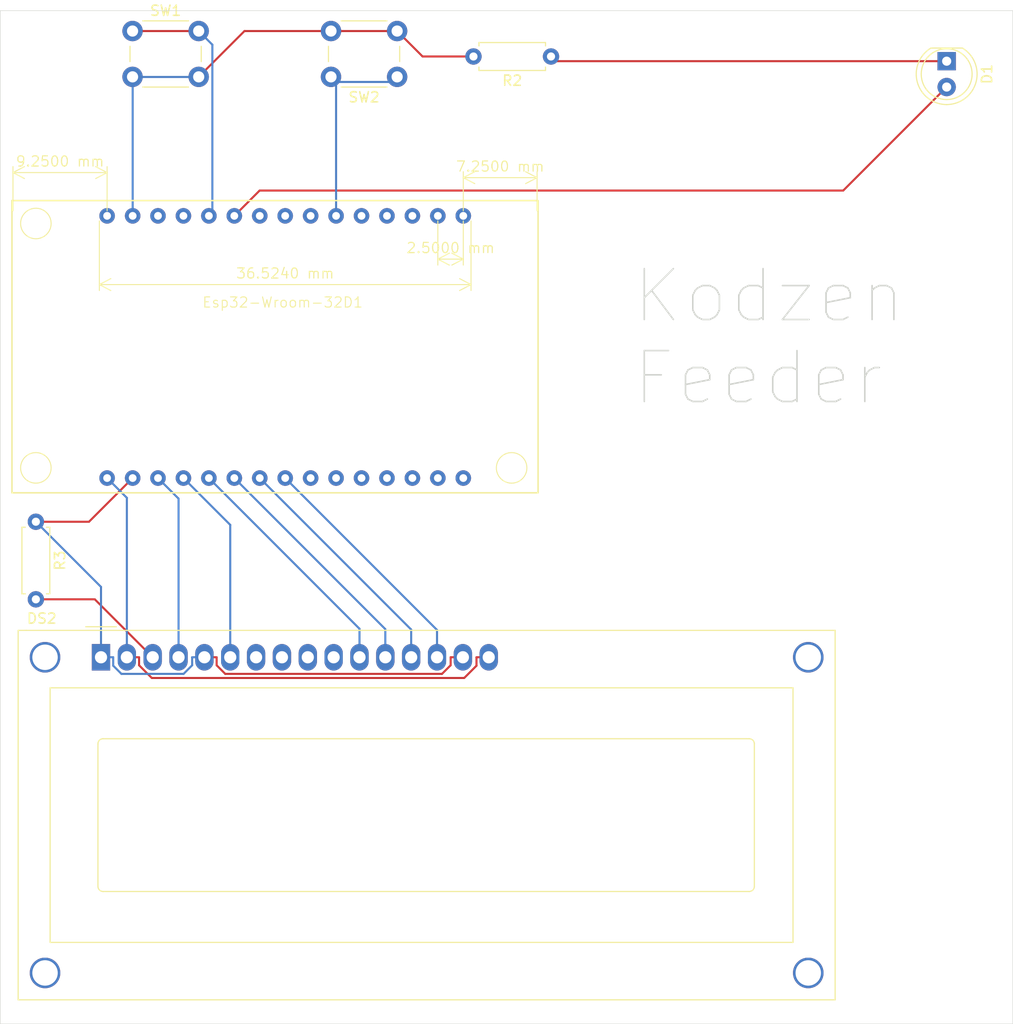
<source format=kicad_pcb>
(kicad_pcb (version 20240108) (generator "pcbnew") (generator_version "8.0")
  (layers (0 "F.Cu" signal) (31 "B.Cu" signal) (34 "B.Paste" user) (35 "F.Paste" user) (36 "B.SilkS" user "B.Silkscreen") (37 "F.SilkS" user "F.Silkscreen") (38 "B.Mask" user) (39 "F.Mask" user) (44 "Edge.Cuts" user))
  (net 0 "")
  (net 1 "Net-(D1-K)")
  (net 2 "Net-(D1-A)")
  (net 3 "Net-(DS2-LED(+))")
  (net 5 "Net-(DS2-D5)")
  (net 6 "Net-(DS2-VO)")
  (net 7 "Net-(DS2-LED(-))")
  (net 8 "Net-(DS2-RS)")
  (net 9 "Net-(DS2-D4)")
  (net 10 "Net-(DS2-D7)")
  (net 11 "Net-(DS2-D6)")
  (net 12 "Net-(DS2-E)")
  (net 23 "Net-(Esp32-Wroom-32D1-D32)")
  (net 24 "Net-(Esp32-Wroom-32D1-GND-Pad1)")
  (net 35 "Net-(Esp32-Wroom-32D1-D14)")
  (footprint "Display:WC1602A" (layer "F.Cu") (at 139.4 106.5)
    (property "Reference" "DS2" (at -5.82 -3.81 0) (layer "F.SilkS"))
    (property "Value" "WC1602A")
    (fp_line (start -8.14 -2.64) (end -8.14 33.64) (stroke (width 0.12)) (layer "F.SilkS"))
    (fp_line (start -8.14 33.64) (end 72.14 33.64) (stroke (width 0.12)) (layer "F.SilkS"))
    (fp_line (start -8.13 -2.64) (end -7.34 -2.64) (stroke (width 0.12)) (layer "F.SilkS"))
    (fp_line (start -5 3) (end 68 3) (stroke (width 0.12)) (layer "F.SilkS"))
    (fp_line (start -5 28) (end -5 3) (stroke (width 0.12)) (layer "F.SilkS"))
    (fp_line (start -1.5 -3) (end 1.5 -3) (stroke (width 0.12)) (layer "F.SilkS"))
    (fp_line (start -0.29972 22.49932) (end -0.29972 8.5) (stroke (width 0.12)) (layer "F.SilkS"))
    (fp_line (start 0.2 8) (end 63.7 8) (stroke (width 0.12)) (layer "F.SilkS"))
    (fp_line (start 63.70066 23) (end 0.2 23) (stroke (width 0.12)) (layer "F.SilkS"))
    (fp_line (start 64.2 8.5) (end 64.2 22.5) (stroke (width 0.12)) (layer "F.SilkS"))
    (fp_line (start 68 3) (end 68 28) (stroke (width 0.12)) (layer "F.SilkS"))
    (fp_line (start 68 28) (end -5 28) (stroke (width 0.12)) (layer "F.SilkS"))
    (fp_line (start 72.14 -2.64) (end -7.34 -2.64) (stroke (width 0.12)) (layer "F.SilkS"))
    (fp_line (start 72.14 33.64) (end 72.14 -2.64) (stroke (width 0.12)) (layer "F.SilkS"))
    (fp_arc (start -0.29972 8.49884) (mid -0.153162 8.145018) (end 0.20066 7.99846) (stroke (width 0.12)) (layer "F.SilkS"))
    (fp_arc (start 0.20066 22.9997) (mid -0.153162 22.853142) (end -0.29972 22.49932) (stroke (width 0.12)) (layer "F.SilkS"))
    (fp_arc (start 63.7 8) (mid 64.053553 8.146447) (end 64.2 8.5) (stroke (width 0.12)) (layer "F.SilkS"))
    (fp_arc (start 64.20104 22.49932) (mid 64.054473 22.853115) (end 63.70066 22.9997) (stroke (width 0.12)) (layer "F.SilkS"))
    (pad "" thru_hole circle (at -5.4991 0) (size 3 3) (drill 2.5) (layers "*.Cu" "*.Mask"))
    (pad "" thru_hole circle (at -5.4991 31.0007) (size 3 3) (drill 2.5) (layers "*.Cu" "*.Mask"))
    (pad "" thru_hole circle (at 69.49948 31.0007) (size 3 3) (drill 2.5) (layers "*.Cu" "*.Mask"))
    (pad "" thru_hole circle (at 69.5 0) (size 3 3) (drill 2.5) (layers "*.Cu" "*.Mask"))
    (pad "1" thru_hole rect (at 0 0) (size 1.8 2.6) (drill 1.2) (layers "*.Cu" "*.Mask") (net 3 "Net-(DS2-LED(+))"))
    (pad "2" thru_hole oval (at 2.54 0) (size 1.8 2.6) (drill 1.2) (layers "*.Cu" "*.Mask") (net 7 "Net-(DS2-LED(-))"))
    (pad "3" thru_hole oval (at 5.08 0) (size 1.8 2.6) (drill 1.2) (layers "*.Cu" "*.Mask") (net 6 "Net-(DS2-VO)"))
    (pad "4" thru_hole oval (at 7.62 0) (size 1.8 2.6) (drill 1.2) (layers "*.Cu" "*.Mask") (net 8 "Net-(DS2-RS)"))
    (pad "5" thru_hole oval (at 10.16 0) (size 1.8 2.6) (drill 1.2) (layers "*.Cu" "*.Mask") (net 3 "Net-(DS2-LED(+))"))
    (pad "6" thru_hole oval (at 12.7 0) (size 1.8 2.6) (drill 1.2) (layers "*.Cu" "*.Mask") (net 12 "Net-(DS2-E)"))
    (pad "7" thru_hole oval (at 15.24 0) (size 1.8 2.6) (drill 1.2) (layers "*.Cu" "*.Mask"))
    (pad "8" thru_hole oval (at 17.78 0) (size 1.8 2.6) (drill 1.2) (layers "*.Cu" "*.Mask"))
    (pad "9" thru_hole oval (at 20.32 0) (size 1.8 2.6) (drill 1.2) (layers "*.Cu" "*.Mask"))
    (pad "10" thru_hole oval (at 22.86 0) (size 1.8 2.6) (drill 1.2) (layers "*.Cu" "*.Mask"))
    (pad "11" thru_hole oval (at 25.4 0) (size 1.8 2.6) (drill 1.2) (layers "*.Cu" "*.Mask") (net 9 "Net-(DS2-D4)"))
    (pad "12" thru_hole oval (at 27.94 0) (size 1.8 2.6) (drill 1.2) (layers "*.Cu" "*.Mask") (net 5 "Net-(DS2-D5)"))
    (pad "13" thru_hole oval (at 30.48 0) (size 1.8 2.6) (drill 1.2) (layers "*.Cu" "*.Mask") (net 11 "Net-(DS2-D6)"))
    (pad "14" thru_hole oval (at 33.02 0) (size 1.8 2.6) (drill 1.2) (layers "*.Cu" "*.Mask") (net 10 "Net-(DS2-D7)"))
    (pad "15" thru_hole oval (at 35.56 0) (size 1.8 2.6) (drill 1.2) (layers "*.Cu" "*.Mask") (net 3 "Net-(DS2-LED(+))"))
    (pad "16" thru_hole oval (at 38.1 0) (size 1.8 2.6) (drill 1.2) (layers "*.Cu" "*.Mask") (net 7 "Net-(DS2-LED(-))"))
  )
  (footprint "Resistor_THT:R_Axial_DIN0207_L6.3mm_D2.5mm_P7.62mm_Horizontal" (layer "F.Cu") (at 133 93.19 -90)
    (property "Reference" "R3" (at 3.81 -2.37 90) (layer "F.SilkS"))
    (property "Value" "R")
    (fp_line (start 0.54 1.37) (end 7.08 1.37) (stroke (width 0.12)) (layer "F.SilkS"))
    (fp_line (start 7.08 1.37) (end 7.08 1.04) (stroke (width 0.12)) (layer "F.SilkS"))
    (fp_line (start 0.54 1.04) (end 0.54 1.37) (stroke (width 0.12)) (layer "F.SilkS"))
    (fp_line (start 0.54 -1.04) (end 0.54 -1.37) (stroke (width 0.12)) (layer "F.SilkS"))
    (fp_line (start 0.54 -1.37) (end 7.08 -1.37) (stroke (width 0.12)) (layer "F.SilkS"))
    (fp_line (start 7.08 -1.37) (end 7.08 -1.04) (stroke (width 0.12)) (layer "F.SilkS"))
    (pad "1" thru_hole circle (at 0 0 270) (size 1.6 1.6) (drill 0.8) (layers "*.Cu" "*.Mask") (net 3 "Net-(DS2-LED(+))"))
    (pad "2" thru_hole oval (at 7.62 0 270) (size 1.6 1.6) (drill 0.8) (layers "*.Cu" "*.Mask") (net 6 "Net-(DS2-VO)"))
  )
  (footprint "LED_THT:LED_D5.0mm" (layer "F.Cu") (at 222.5 47.96 -90)
    (property "Reference" "D1" (at 1.27 -3.96 90) (layer "F.SilkS"))
    (property "Value" "LED")
    (fp_line (start -1.29 -1.545) (end -1.29 1.545) (stroke (width 0.12)) (layer "F.SilkS"))
    (fp_arc (start 4.26 -0.000462) (mid 2.072002 2.880433) (end -1.29 1.54483) (stroke (width 0.12)) (layer "F.SilkS"))
    (fp_arc (start -1.29 -1.54483) (mid 2.072002 -2.880433) (end 4.26 0.000462) (stroke (width 0.12)) (layer "F.SilkS"))
    (fp_circle (center 1.27 0) (end 3.77 0) (stroke (width 0.12)) (fill none) (layer "F.SilkS"))
    (pad "1" thru_hole rect (at 0 0 270) (size 1.8 1.8) (drill 0.9) (layers "*.Cu" "*.Mask") (net 1 "Net-(D1-K)"))
    (pad "2" thru_hole circle (at 2.54 0 270) (size 1.8 1.8) (drill 0.9) (layers "*.Cu" "*.Mask") (net 2 "Net-(D1-A)"))
  )
  (footprint "Button_Switch_THT:SW_PUSH_6mm_H5mm" (layer "F.Cu") (at 142.5 45)
    (property "Reference" "SW1" (at 3.25 -2 0) (layer "F.SilkS"))
    (property "Value" "SW_Push")
    (fp_line (start -0.25 1.5) (end -0.25 3) (stroke (width 0.12)) (layer "F.SilkS"))
    (fp_line (start 1 5.5) (end 5.5 5.5) (stroke (width 0.12)) (layer "F.SilkS"))
    (fp_line (start 5.5 -1) (end 1 -1) (stroke (width 0.12)) (layer "F.SilkS"))
    (fp_line (start 6.75 3) (end 6.75 1.5) (stroke (width 0.12)) (layer "F.SilkS"))
    (pad "1" thru_hole circle (at 0 0 90) (size 2 2) (drill 1.1) (layers "*.Cu" "*.Mask") (net 35 "Net-(Esp32-Wroom-32D1-D14)"))
    (pad "1" thru_hole circle (at 6.5 0 90) (size 2 2) (drill 1.1) (layers "*.Cu" "*.Mask") (net 35 "Net-(Esp32-Wroom-32D1-D14)"))
    (pad "2" thru_hole circle (at 0 4.5 90) (size 2 2) (drill 1.1) (layers "*.Cu" "*.Mask") (net 24 "Net-(Esp32-Wroom-32D1-GND-Pad1)"))
    (pad "2" thru_hole circle (at 6.5 4.5 90) (size 2 2) (drill 1.1) (layers "*.Cu" "*.Mask") (net 24 "Net-(Esp32-Wroom-32D1-GND-Pad1)"))
  )
  (footprint "Button_Switch_THT:SW_PUSH_6mm_H5mm" (layer "F.Cu") (at 168.5 49.5 180)
    (property "Reference" "SW2" (at 3.25 -2 0) (layer "F.SilkS"))
    (property "Value" "SW_Push")
    (fp_line (start 6.75 3) (end 6.75 1.5) (stroke (width 0.12)) (layer "F.SilkS"))
    (fp_line (start 5.5 -1) (end 1 -1) (stroke (width 0.12)) (layer "F.SilkS"))
    (fp_line (start 1 5.5) (end 5.5 5.5) (stroke (width 0.12)) (layer "F.SilkS"))
    (fp_line (start -0.25 1.5) (end -0.25 3) (stroke (width 0.12)) (layer "F.SilkS"))
    (pad "1" thru_hole circle (at 0 0 270) (size 2 2) (drill 1.1) (layers "*.Cu" "*.Mask") (net 23 "Net-(Esp32-Wroom-32D1-D32)"))
    (pad "1" thru_hole circle (at 6.5 0 270) (size 2 2) (drill 1.1) (layers "*.Cu" "*.Mask") (net 23 "Net-(Esp32-Wroom-32D1-D32)"))
    (pad "2" thru_hole circle (at 0 4.5 270) (size 2 2) (drill 1.1) (layers "*.Cu" "*.Mask") (net 24 "Net-(Esp32-Wroom-32D1-GND-Pad1)"))
    (pad "2" thru_hole circle (at 6.5 4.5 270) (size 2 2) (drill 1.1) (layers "*.Cu" "*.Mask") (net 24 "Net-(Esp32-Wroom-32D1-GND-Pad1)"))
  )
  (footprint "Resistor_THT:R_Axial_DIN0207_L6.3mm_D2.5mm_P7.62mm_Horizontal" (layer "F.Cu") (at 183.62 47.5 180)
    (property "Reference" "R2" (at 3.81 -2.37 0) (layer "F.SilkS"))
    (property "Value" "R")
    (fp_line (start 7.08 1.37) (end 7.08 1.04) (stroke (width 0.12)) (layer "F.SilkS"))
    (fp_line (start 7.08 -1.37) (end 7.08 -1.04) (stroke (width 0.12)) (layer "F.SilkS"))
    (fp_line (start 0.54 1.37) (end 7.08 1.37) (stroke (width 0.12)) (layer "F.SilkS"))
    (fp_line (start 0.54 1.04) (end 0.54 1.37) (stroke (width 0.12)) (layer "F.SilkS"))
    (fp_line (start 0.54 -1.04) (end 0.54 -1.37) (stroke (width 0.12)) (layer "F.SilkS"))
    (fp_line (start 0.54 -1.37) (end 7.08 -1.37) (stroke (width 0.12)) (layer "F.SilkS"))
    (pad "1" thru_hole circle (at 0 0 180) (size 1.6 1.6) (drill 0.8) (layers "*.Cu" "*.Mask") (net 1 "Net-(D1-K)"))
    (pad "2" thru_hole oval (at 7.62 0 180) (size 1.6 1.6) (drill 0.8) (layers "*.Cu" "*.Mask") (net 24 "Net-(Esp32-Wroom-32D1-GND-Pad1)"))
  )
  (footprint "esp32_footprint:esp32_my_footpring" (layer "F.Cu") (at 157.25 72.15)
    (property "Reference" "Esp32-Wroom-32D1" (at 0 -0.5 0) (layer "F.SilkS") (effects (font (thickness 0.1))))
    (property "Value" "~")
    (fp_rect (start -26.6 -10.5) (end 25.1 18.2) (stroke (width 0.15)) (fill none) (layer "F.SilkS"))
    (fp_circle (center -24.25 -8.25) (end -22.75 -8.25) (stroke (width 0.1)) (fill none) (layer "F.SilkS"))
    (fp_circle (center -24.25 15.75) (end -22.75 15.75) (stroke (width 0.1)) (fill none) (layer "F.SilkS"))
    (fp_circle (center 22.5 15.75) (end 24 15.75) (stroke (width 0.1)) (fill none) (layer "F.SilkS"))
    (dimension (type aligned) (layer "F.SilkS") (pts (xy 140 63.15) (xy 130.75 63.15)) (height 4.25) (gr_text "9.2500 mm" (at 135.375 57.8 0) (layer "F.SilkS") (effects (font (size 1 1) (thickness 0.1)))) (format (prefix "") (suffix "") (units 3) (units_format 1) (precision 4)) (style (thickness 0.1) (arrow_length 1.27) (text_position_mode 0) (extension_height 0.58642) (extension_offset 0.5) keep_text_aligned))
    (dimension (type aligned) (layer "F.SilkS") (pts (xy 139.238 63.15) (xy 175.762 63.15)) (height 6.75) (gr_text "36.5240 mm" (at 157.5 68.8 0) (layer "F.SilkS") (effects (font (size 1 1) (thickness 0.1)))) (format (prefix "") (suffix "") (units 3) (units_format 1) (precision 4)) (style (thickness 0.1) (arrow_length 1.27) (text_position_mode 0) (extension_height 0.58642) (extension_offset 0.5) keep_text_aligned))
    (dimension (type aligned) (layer "F.SilkS") (pts (xy 175 63.15) (xy 182.25 63.15)) (height -3.75) (gr_text "7.2500 mm" (at 178.625 58.3 0) (layer "F.SilkS") (effects (font (size 1 1) (thickness 0.1)))) (format (prefix "") (suffix "") (units 3) (units_format 1) (precision 4)) (style (thickness 0.1) (arrow_length 1.27) (text_position_mode 0) (extension_height 0.58642) (extension_offset 0.5) keep_text_aligned))
    (dimension (type aligned) (layer "F.SilkS") (pts (xy 172.5 63.15) (xy 175 63.15)) (height 4.25) (gr_text "2.5000 mm" (at 173.75 66.3 0) (layer "F.SilkS") (effects (font (size 1 1) (thickness 0.1)))) (format (prefix "") (suffix "") (units 3) (units_format 1) (precision 4)) (style (thickness 0.1) (arrow_length 1.27) (text_position_mode 0) (extension_height 0.58642) (extension_offset 0.5) keep_text_aligned))
    (pad "0" thru_hole circle (at -17.25 -9) (size 1.524 1.524) (drill 0.762) (layers "*.Cu" "*.Mask"))
    (pad "1" thru_hole circle (at -14.738 -9) (size 1.524 1.524) (drill 0.762) (layers "*.Cu" "*.Mask") (net 24 "Net-(Esp32-Wroom-32D1-GND-Pad1)"))
    (pad "2" thru_hole circle (at -17.25 16.75) (size 1.524 1.524) (drill 0.762) (layers "*.Cu" "*.Mask") (net 7 "Net-(DS2-LED(-))"))
    (pad "3" thru_hole circle (at 17.75 -9) (size 1.524 1.524) (drill 0.762) (layers "*.Cu" "*.Mask"))
    (pad "4" thru_hole circle (at 15.25 -9) (size 1.524 1.524) (drill 0.762) (layers "*.Cu" "*.Mask"))
    (pad "5" thru_hole circle (at 12.75 -9) (size 1.524 1.524) (drill 0.762) (layers "*.Cu" "*.Mask"))
    (pad "6" thru_hole circle (at 10.25 -9) (size 1.524 1.524) (drill 0.762) (layers "*.Cu" "*.Mask"))
    (pad "7" thru_hole circle (at 7.75 -9) (size 1.524 1.524) (drill 0.762) (layers "*.Cu" "*.Mask"))
    (pad "8" thru_hole circle (at 5.25 -9) (size 1.524 1.524) (drill 0.762) (layers "*.Cu" "*.Mask") (net 23 "Net-(Esp32-Wroom-32D1-D32)"))
    (pad "9" thru_hole circle (at 2.75 -9) (size 1.524 1.524) (drill 0.762) (layers "*.Cu" "*.Mask"))
    (pad "10" thru_hole circle (at 0.25 -9) (size 1.524 1.524) (drill 0.762) (layers "*.Cu" "*.Mask"))
    (pad "11" thru_hole circle (at -2.25 -9) (size 1.524 1.524) (drill 0.762) (layers "*.Cu" "*.Mask"))
    (pad "12" thru_hole circle (at -4.75 -9) (size 1.524 1.524) (drill 0.762) (layers "*.Cu" "*.Mask") (net 2 "Net-(D1-A)"))
    (pad "13" thru_hole circle (at -7.25 -9) (size 1.524 1.524) (drill 0.762) (layers "*.Cu" "*.Mask") (net 35 "Net-(Esp32-Wroom-32D1-D14)"))
    (pad "14" thru_hole circle (at -9.75 -9) (size 1.524 1.524) (drill 0.762) (layers "*.Cu" "*.Mask"))
    (pad "16" thru_hole circle (at -12.25 -9) (size 1.524 1.524) (drill 0.762) (layers "*.Cu" "*.Mask"))
    (pad "23" thru_hole circle (at -12.25 16.75) (size 1.524 1.524) (drill 0.762) (layers "*.Cu" "*.Mask") (net 8 "Net-(DS2-RS)"))
    (pad "24" thru_hole circle (at -9.75 16.75) (size 1.524 1.524) (drill 0.762) (layers "*.Cu" "*.Mask") (net 12 "Net-(DS2-E)"))
    (pad "26" thru_hole circle (at -7.25 16.75) (size 1.524 1.524) (drill 0.762) (layers "*.Cu" "*.Mask") (net 9 "Net-(DS2-D4)"))
    (pad "27" thru_hole circle (at -4.75 16.75) (size 1.524 1.524) (drill 0.762) (layers "*.Cu" "*.Mask") (net 5 "Net-(DS2-D5)"))
    (pad "28" thru_hole circle (at -2.25 16.75) (size 1.524 1.524) (drill 0.762) (layers "*.Cu" "*.Mask") (net 11 "Net-(DS2-D6)"))
    (pad "29" thru_hole circle (at 0.25 16.75) (size 1.524 1.524) (drill 0.762) (layers "*.Cu" "*.Mask") (net 10 "Net-(DS2-D7)"))
    (pad "30" thru_hole circle (at 2.75 16.75) (size 1.524 1.524) (drill 0.762) (layers "*.Cu" "*.Mask"))
    (pad "31" thru_hole circle (at 5.25 16.75) (size 1.524 1.524) (drill 0.762) (layers "*.Cu" "*.Mask"))
    (pad "33" thru_hole circle (at 7.75 16.75) (size 1.524 1.524) (drill 0.762) (layers "*.Cu" "*.Mask"))
    (pad "34" thru_hole circle (at 10.25 16.75) (size 1.524 1.524) (drill 0.762) (layers "*.Cu" "*.Mask"))
    (pad "35" thru_hole circle (at 12.75 16.75) (size 1.524 1.524) (drill 0.762) (layers "*.Cu" "*.Mask"))
    (pad "36" thru_hole circle (at 15.25 16.75) (size 1.524 1.524) (drill 0.762) (layers "*.Cu" "*.Mask"))
    (pad "37" thru_hole circle (at 17.75 16.75) (size 1.524 1.524) (drill 0.762) (layers "*.Cu" "*.Mask"))
    (pad "38" thru_hole circle (at -14.738 16.75) (size 1.524 1.524) (drill 0.762) (layers "*.Cu" "*.Mask") (net 3 "Net-(DS2-LED(+))"))
  )
  (gr_rect (start 129.5 43) (end 229 142.5) (stroke (width 0.05)) (fill none) (layer "Edge.Cuts"))
  (gr_text "Kodzen\nFeeder" (at 191.5 82 0) (layer "Edge.Cuts") (effects (font (size 5 5)) (justify left bottom)))
  (segment (start 184.08 47.96) (end 183.62 47.5) (width 0.2) (layer "F.Cu") (net 1))
  (segment (start 222.5 47.96) (end 184.08 47.96) (width 0.2) (layer "F.Cu") (net 1))
  (segment (start 212.336 60.6645) (end 154.986 60.6645) (width 0.2) (layer "F.Cu") (net 2))
  (segment (start 222.5 50.5) (end 212.336 60.6645) (width 0.2) (layer "F.Cu") (net 2))
  (segment (start 154.986 60.6645) (end 152.5 63.15) (width 0.2) (layer "F.Cu") (net 2))
  (segment (start 151.608 108.132) (end 172.908 108.132) (width 0.2) (layer "F.Cu") (net 3))
  (segment (start 172.908 108.132) (end 173.758 107.282) (width 0.2) (layer "F.Cu") (net 3))
  (segment (start 138.222 93.19) (end 133 93.19) (width 0.2) (layer "F.Cu") (net 3))
  (segment (start 150.762 106.5) (end 150.762 107.286) (width 0.2) (layer "F.Cu") (net 3))
  (segment (start 173.758 106.5) (end 174.96 106.5) (width 0.2) (layer "F.Cu") (net 3))
  (segment (start 142.512 88.9) (end 138.222 93.19) (width 0.2) (layer "F.Cu") (net 3))
  (segment (start 150.762 107.286) (end 151.608 108.132) (width 0.2) (layer "F.Cu") (net 3))
  (segment (start 173.758 107.282) (end 173.758 106.5) (width 0.2) (layer "F.Cu") (net 3))
  (segment (start 149.56 106.5) (end 150.762 106.5) (width 0.2) (layer "F.Cu") (net 3))
  (segment (start 140.602 106.5) (end 140.602 107.326) (width 0.2) (layer "B.Cu") (net 3))
  (segment (start 139.4 106.5) (end 139.4 99.59) (width 0.2) (layer "B.Cu") (net 3))
  (segment (start 148.358 106.5) (end 149.56 106.5) (width 0.2) (layer "B.Cu") (net 3))
  (segment (start 139.4 106.5) (end 140.602 106.5) (width 0.2) (layer "B.Cu") (net 3))
  (segment (start 139.4 99.59) (end 133 93.19) (width 0.2) (layer "B.Cu") (net 3))
  (segment (start 148.358 107.286) (end 148.358 106.5) (width 0.2) (layer "B.Cu") (net 3))
  (segment (start 147.512 108.132) (end 148.358 107.286) (width 0.2) (layer "B.Cu") (net 3))
  (segment (start 140.602 107.326) (end 141.408 108.132) (width 0.2) (layer "B.Cu") (net 3))
  (segment (start 141.408 108.132) (end 147.512 108.132) (width 0.2) (layer "B.Cu") (net 3))
  (segment (start 167.34 103.74) (end 167.34 106.5) (width 0.2) (layer "B.Cu") (net 5))
  (segment (start 152.5 88.9) (end 167.34 103.74) (width 0.2) (layer "B.Cu") (net 5))
  (segment (start 138.79 100.81) (end 144.48 106.5) (width 0.2) (layer "F.Cu") (net 6))
  (segment (start 133 100.81) (end 138.79 100.81) (width 0.2) (layer "F.Cu") (net 6))
  (segment (start 143.142 106.5) (end 143.142 107.286) (width 0.2) (layer "F.Cu") (net 7))
  (segment (start 176.298 106.5) (end 177.5 106.5) (width 0.2) (layer "F.Cu") (net 7))
  (segment (start 144.39 108.534) (end 175.091 108.534) (width 0.2) (layer "F.Cu") (net 7))
  (segment (start 141.94 106.5) (end 143.142 106.5) (width 0.2) (layer "F.Cu") (net 7))
  (segment (start 143.142 107.286) (end 144.39 108.534) (width 0.2) (layer "F.Cu") (net 7))
  (segment (start 175.091 108.534) (end 176.298 107.326) (width 0.2) (layer "F.Cu") (net 7))
  (segment (start 176.298 107.326) (end 176.298 106.5) (width 0.2) (layer "F.Cu") (net 7))
  (segment (start 141.94 106.5) (end 141.94 90.84) (width 0.2) (layer "B.Cu") (net 7))
  (segment (start 141.94 90.84) (end 140 88.9) (width 0.2) (layer "B.Cu") (net 7))
  (segment (start 147.02 90.92) (end 145 88.9) (width 0.2) (layer "B.Cu") (net 8))
  (segment (start 147.02 106.5) (end 147.02 90.92) (width 0.2) (layer "B.Cu") (net 8))
  (segment (start 164.8 103.7) (end 164.8 106.5) (width 0.2) (layer "B.Cu") (net 9))
  (segment (start 150 88.9) (end 164.8 103.7) (width 0.2) (layer "B.Cu") (net 9))
  (segment (start 172.42 106.5) (end 172.42 103.82) (width 0.2) (layer "B.Cu") (net 10))
  (segment (start 172.42 103.82) (end 157.5 88.9) (width 0.2) (layer "B.Cu") (net 10))
  (segment (start 155 88.9) (end 169.88 103.78) (width 0.2) (layer "B.Cu") (net 11))
  (segment (start 169.88 103.78) (end 169.88 106.5) (width 0.2) (layer "B.Cu") (net 11))
  (segment (start 152.1 93.5) (end 152.1 106.5) (width 0.2) (layer "B.Cu") (net 12))
  (segment (start 147.5 88.9) (end 152.1 93.5) (width 0.2) (layer "B.Cu") (net 12))
  (segment (start 162.5 50) (end 162 49.5) (width 0.2) (layer "B.Cu") (net 23))
  (segment (start 168 50) (end 168.5 49.5) (width 0.2) (layer "B.Cu") (net 23))
  (segment (start 162.5 63.15) (end 162.5 50) (width 0.2) (layer "B.Cu") (net 23))
  (segment (start 162.5 50) (end 168 50) (width 0.2) (layer "B.Cu") (net 23))
  (segment (start 153.5 45) (end 162 45) (width 0.2) (layer "F.Cu") (net 24))
  (segment (start 149 49.5) (end 153.5 45) (width 0.2) (layer "F.Cu") (net 24))
  (segment (start 168.5 45) (end 162 45) (width 0.2) (layer "F.Cu") (net 24))
  (segment (start 171 47.5) (end 176 47.5) (width 0.2) (layer "F.Cu") (net 24))
  (segment (start 168.5 45) (end 171 47.5) (width 0.2) (layer "F.Cu") (net 24))
  (segment (start 148.988 49.512) (end 149 49.5) (width 0.2) (layer "B.Cu") (net 24))
  (segment (start 142.512 49.512) (end 148.988 49.512) (width 0.2) (layer "B.Cu") (net 24))
  (segment (start 142.512 63.15) (end 142.512 49.512) (width 0.2) (layer "B.Cu") (net 24))
  (segment (start 142.512 49.512) (end 142.5 49.5) (width 0.2) (layer "B.Cu") (net 24))
  (segment (start 149 45) (end 142.5 45) (width 0.2) (layer "F.Cu") (net 35))
  (segment (start 150.344 62.8062) (end 150.344 46.3438) (width 0.2) (layer "B.Cu") (net 35))
  (segment (start 150.344 46.3438) (end 149 45) (width 0.2) (layer "B.Cu") (net 35))
  (segment (start 150 63.15) (end 150.344 62.8062) (width 0.2) (layer "B.Cu") (net 35))
)
</source>
